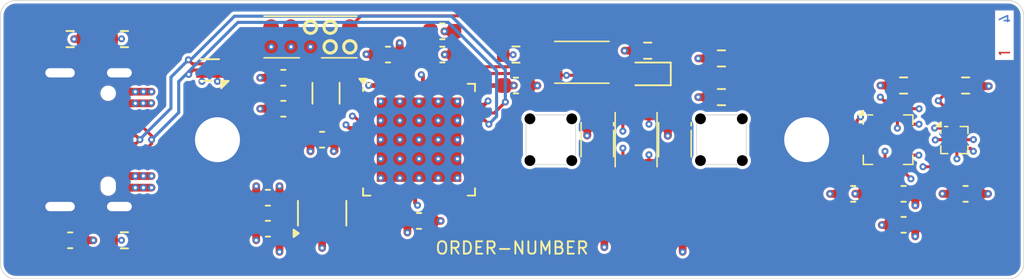
<source format=kicad_pcb>
(kicad_pcb (version 20240108) (generator "pcbnew") (generator_version "8.0")
  (title_block (date "2024-04-18") (rev "3"))
  (layers (0 "F.Cu" signal "Front") (1 "In1.Cu" power) (2 "In2.Cu" power) (31 "B.Cu" signal "Back") (35 "F.Paste" user) (37 "F.SilkS" user "F.Silkscreen") (38 "B.Mask" user) (39 "F.Mask" user) (44 "Edge.Cuts" user))
  (property "Order-Number" "ORDER-NUMBER")
  (net 0 "")
  (net 1 "GND")
  (net 2 "Net-(U101-VREG)")
  (net 3 "+3V3")
  (net 4 "/LED-onboard")
  (net 5 "Net-(D101-K)")
  (net 6 "Net-(D102-OUT)")
  (net 12 "Earth")
  (net 17 "/Button-LED")
  (net 29 "/VDDCORE")
  (net 30 "/USB+")
  (net 33 "+5V")
  (net 34 "/XIN32")
  (net 35 "/USB-")
  (net 36 "/SWDIO")
  (net 37 "/XOUT32")
  (net 38 "/SWCLK")
  (net 41 "/USB-CC1")
  (net 42 "/RESET")
  (net 43 "/USB-CC2")
  (net 48 "/SDA")
  (net 56 "/SCK")
  (net 57 "/Aux-SDA")
  (net 58 "/Aux-SCK")
  (net 59 "/Button")
  (net 60 "/Interrupt")
  (net 61 "/MAG-Interrupt")
  (footprint "Resistor_SMD:R_0603_1608Metric" (layer "F.Cu") (at 125 112.5 180)
    (property "Reference" "R108" (hide yes))
    (property "Value" "5k1" (hide yes))
  )
  (footprint "V2_Button_Switch_SMD:SKSG" (layer "F.Cu") (at 158 106 -90)
    (property "Reference" "SW102" (hide yes))
    (property "Value" "SW_Push" (hide yes))
  )
  (footprint "Capacitor_SMD:C_0603_1608Metric" (layer "F.Cu") (at 175.25 109.5)
    (property "Reference" "C106" (hide yes))
    (property "Value" "0u47" (hide yes))
  )
  (footprint "Resistor_SMD:R_0603_1608Metric" (layer "F.Cu") (at 175.25 102.5)
    (property "Reference" "R105" (hide yes))
    (property "Value" "2k7" (hide yes))
  )
  (footprint "V2_Production:Layer_Numbers" (layer "F.Cu") (at 181.75 99.25 90)
    (property "Reference" "INFO102" (hide yes))
    (property "Value" "Layer_Numbers" (hide yes))
  )
  (footprint "V2_Connector_USB:JAE_DX07S016JA3" (layer "F.Cu") (at 122 106 -90)
    (property "Reference" "J102" (hide yes))
    (property "Value" "JAE_DX07S016JA3" (hide yes))
  )
  (footprint "V2_Fiducial:Fiducial_0.5mm_Mask1mm_Paste" (layer "F.Cu") (at 182 114)
    (property "Reference" "FID103" (hide yes))
    (property "Value" "Fiducial" (hide yes))
  )
  (footprint "Capacitor_SMD:C_0603_1608Metric" (layer "F.Cu") (at 135.25 104 180)
    (property "Reference" "C102" (hide yes))
    (property "Value" "18p" (hide yes))
  )
  (footprint "Capacitor_SMD:C_0603_1608Metric" (layer "F.Cu") (at 172 109.5 180)
    (property "Reference" "C105" (hide yes))
    (property "Value" "0u1" (hide yes))
  )
  (footprint "V2_LED:WS2812-2020" (layer "F.Cu") (at 155.5 106 90)
    (property "Reference" "D102" (hide yes))
    (property "Value" "WS2812" (hide yes))
  )
  (footprint "Capacitor_SMD:C_0603_1608Metric" (layer "F.Cu") (at 179.25 109.5 180)
    (property "Reference" "C113" (hide yes))
    (property "Value" "0u1" (hide yes))
  )
  (footprint "Capacitor_SMD:C_0603_1608Metric" (layer "F.Cu") (at 175.25 111.5 180)
    (property "Reference" "C107" (hide yes))
    (property "Value" "10u" (hide yes))
  )
  (footprint "V2_Package_DFN_QFN:QFN-48-1EP_7x7mm_P0.5mm_EP5.45x5.45mm_ThermalVias" (layer "F.Cu") (at 144 106)
    (property "Reference" "U102" (hide yes))
    (property "Value" "ATSAMD51G" (hide yes))
  )
  (footprint "Capacitor_SMD:C_0603_1608Metric" (layer "F.Cu") (at 137.75 106 180)
    (property "Reference" "C111" (hide yes))
    (property "Value" "0u1" (hide yes))
  )
  (footprint "V2_Fiducial:Fiducial_0.5mm_Mask1mm_Paste" (layer "F.Cu") (at 118 114)
    (property "Reference" "FID101" (hide yes))
    (property "Value" "Fiducial" (hide yes))
  )
  (footprint "Resistor_SMD:R_0603_1608Metric" (layer "F.Cu") (at 125 99.5 180)
    (property "Reference" "R107" (hide yes))
    (property "Value" "5k1" (hide yes))
  )
  (footprint "V2_Cortex_Debug:Cortex_Debug_Pad" (layer "F.Cu") (at 137 100 180)
    (property "Reference" "J101" (hide yes))
    (property "Value" "CORTEX-DEBUG" (hide yes))
  )
  (footprint "Capacitor_SMD:C_0603_1608Metric" (layer "F.Cu") (at 150.25 102.5)
    (property "Reference" "C108" (hide yes))
    (property "Value" "0u1" (hide yes))
  )
  (footprint "V2_Production:Order_Number" (layer "F.Cu") (at 150 113)
    (property "Reference" "INFO101" (hide yes))
    (property "Value" "ORDER-NUMBER" (hide yes))
  )
  (footprint "V2_Artwork:Logo_Small" (layer "F.Cu") (at 170.5 99.5)
    (property "Reference" "ICON102" (hide yes))
    (property "Value" "V2-logo" (hide yes))
  )
  (footprint "Capacitor_SMD:C_0603_1608Metric" (layer "F.Cu") (at 144 111.25)
    (property "Reference" "C110" (hide yes))
    (property "Value" "0u1" (hide yes))
  )
  (footprint "V2_Button_Switch_SMD:SKSG" (layer "F.Cu") (at 154.5 101 180)
    (property "Reference" "SW101" (hide yes))
    (property "Value" "SW_Push" (hide yes))
  )
  (footprint "Capacitor_SMD:C_0603_1608Metric" (layer "F.Cu") (at 135.25 102 180)
    (property "Reference" "C101" (hide yes))
    (property "Value" "18p" (hide yes))
  )
  (footprint "Capacitor_SMD:C_0603_1608Metric" (layer "F.Cu") (at 134.25 109.75 180)
    (property "Reference" "C112" (hide yes))
    (property "Value" "10u" (hide yes))
  )
  (footprint "Capacitor_SMD:C_0603_1608Metric" (layer "F.Cu") (at 121.5 112.5)
    (property "Reference" "C116" (hide yes))
    (property "Value" "0u1" (hide yes))
  )
  (footprint "Resistor_SMD:R_0603_1608Metric" (layer "F.Cu") (at 150.25 100.5)
    (property "Reference" "R103" (hide yes))
    (property "Value" "100k" (hide yes))
  )
  (footprint "V2_Package_CSP:WLCSP-1.56x1.56" (layer "F.Cu") (at 178.5 106)
    (property "Reference" "U103" (hide yes))
    (property "Value" "BMM150" (hide yes))
  )
  (footprint "V2_Spacer_Wurth:9774030243" (layer "F.Cu") (at 131 106)
    (property "Reference" "SPACER101" (hide yes))
    (property "Value" "9774030243" (hide yes))
  )
  (footprint "Capacitor_SMD:C_0603_1608Metric" (layer "F.Cu") (at 145.5 99)
    (property "Reference" "C103" (hide yes))
    (property "Value" "10u" (hide yes))
  )
  (footprint "Resistor_SMD:R_0603_1608Metric" (layer "F.Cu") (at 163.5 100.75)
    (property "Reference" "R102" (hide yes))
    (property "Value" "2k7" (hide yes))
  )
  (footprint "V2_Spacer_Wurth:9774030243" (layer "F.Cu") (at 169 106)
    (property "Reference" "SPACER102" (hide yes))
    (property "Value" "9774030243" (hide yes))
  )
  (footprint "V2_Artwork:Board_axis_Small" (layer "F.Cu") (at 170.5 112.25)
    (property "Reference" "ICON101" (hide yes))
    (property "Value" "Board_axis" (hide yes))
  )
  (footprint "V2_LED:WS2812-2020" (layer "F.Cu") (at 160.5 106 90)
    (property "Reference" "D103" (hide yes))
    (property "Value" "WS2812" (hide yes))
  )
  (footprint "Resistor_SMD:R_0603_1608Metric" (layer "F.Cu") (at 158.75 100.25 180)
    (property "Reference" "R106" (hide yes))
    (property "Value" "330R" (hide yes))
  )
  (footprint "Resistor_SMD:R_0603_1608Metric" (layer "F.Cu") (at 179.25 102.5 180)
    (property "Reference" "R104" (hide yes))
    (property "Value" "2k7" (hide yes))
  )
  (footprint "Capacitor_SMD:C_0603_1608Metric" (layer "F.Cu") (at 142 100.5 180)
    (property "Reference" "C109" (hide yes))
    (property "Value" "0u1" (hide yes))
  )
  (footprint "V2_Crystal:Crystal_SMD_3215-2Pin_3.2x1.5mm" (layer "F.Cu") (at 138 103 90)
    (property "Reference" "Y101" (hide yes))
    (property "Value" "32k768" (hide yes))
  )
  (footprint "Capacitor_SMD:C_0603_1608Metric" (layer "F.Cu") (at 145.5 100.5)
    (property "Reference" "C104" (hide yes))
    (property "Value" "0u1" (hide yes))
  )
  (footprint "LED_SMD:LED_0603_1608Metric" (layer "F.Cu") (at 158.75 101.75 180)
    (property "Reference" "D101" (hide yes))
    (property "Value" "Orange" (hide yes))
  )
  (footprint "V2_PCB_Devices:PCB_Button-bottom" (layer "F.Cu") (at 158 106 90)
    (property "Reference" "SWB101" (hide yes))
    (property "Value" "Button-bottom" (hide yes))
    (fp_line (start 1.6 -7.1) (end -1.6 -7.1) (stroke (width 0.05)) (layer "Edge.Cuts"))
    (fp_line (start -1.6 -7.1) (end -1.6 -3.9) (stroke (width 0.05)) (layer "Edge.Cuts"))
    (fp_line (start 1.6 -3.9) (end 1.6 -7.1) (stroke (width 0.05)) (layer "Edge.Cuts"))
    (fp_line (start -1.6 -3.9) (end 1.6 -3.9) (stroke (width 0.05)) (layer "Edge.Cuts"))
    (fp_line (start 1.6 3.9) (end -1.6 3.9) (stroke (width 0.05)) (layer "Edge.Cuts"))
    (fp_line (start -1.6 3.9) (end -1.6 7.1) (stroke (width 0.05)) (layer "Edge.Cuts"))
    (fp_line (start 1.6 7.1) (end 1.6 3.9) (stroke (width 0.05)) (layer "Edge.Cuts"))
    (fp_line (start -1.6 7.1) (end 1.6 7.1) (stroke (width 0.05)) (layer "Edge.Cuts"))
  )
  (footprint "V2_Package_LGA:LGA24-3x3" (layer "F.Cu") (at 174.25 106)
    (property "Reference" "U101" (hide yes))
    (property "Value" "BHI160" (hide yes))
  )
  (footprint "Capacitor_SMD:C_0603_1608Metric" (layer "F.Cu") (at 134.25 111.75 180)
    (property "Reference" "C114" (hide yes))
    (property "Value" "10u" (hide yes))
  )
  (footprint "V2_ESD_Suppressor:SLP1210N6" (layer "F.Cu") (at 130.5 101.5 180)
    (property "Reference" "ESD101" (hide yes))
    (property "Value" "RCLAMP0582N" (hide yes))
  )
  (footprint "Resistor_SMD:R_0603_1608Metric" (layer "F.Cu") (at 121.5 99.5)
    (property "Reference" "R109" (hide yes))
    (property "Value" "1M" (hide yes))
  )
  (footprint "Package_TO_SOT_SMD:SOT-23-5" (layer "F.Cu") (at 137.75 110.75 90)
    (property "Reference" "U104" (hide yes))
    (property "Value" "AP2112K-3.3" (hide yes))
  )
  (footprint "Resistor_SMD:R_0603_1608Metric" (layer "F.Cu") (at 163.5 103.25)
    (property "Reference" "R101" (hide yes))
    (property "Value" "2k7" (hide yes))
  )
  (footprint "V2_Fiducial:Fiducial_0.5mm_Mask1mm_Paste" (layer "F.Cu") (at 118 98)
    (property "Reference" "FID102" (hide yes))
    (property "Value" "Fiducial" (hide yes))
  )
  (gr_line (start 117 98) (end 117 114) (stroke (width 0.05)) (layer "Edge.Cuts"))
  (gr_line (start 118 97) (end 182 97) (stroke (width 0.05)) (layer "Edge.Cuts"))
  (gr_line (start 183 98) (end 183 114) (stroke (width 0.05)) (layer "Edge.Cuts"))
  (gr_arc (start 118 115) (mid 117.292893 114.707107) (end 117 114) (stroke (width 0.05)) (layer "Edge.Cuts"))
  (gr_arc (start 183 114) (mid 182.707107 114.707107) (end 182 115) (stroke (width 0.05)) (layer "Edge.Cuts"))
  (gr_arc (start 117 98) (mid 117.292893 97.292893) (end 118 97) (stroke (width 0.05)) (layer "Edge.Cuts"))
  (gr_arc (start 182 97) (mid 182.707107 97.292893) (end 183 98) (stroke (width 0.05)) (layer "Edge.Cuts"))
  (gr_line (start 118 115) (end 182 115) (stroke (width 0.05)) (layer "Edge.Cuts"))
  (segment (start 125.05 102.9) (end 126.75 102.9) (width 0.5) (layer "F.Cu") (net 1))
  (segment (start 177.934 106) (end 177.834 106.1) (width 0.2) (layer "F.Cu") (net 1))
  (segment (start 143.75 110.085478) (end 143.902102 110.23758) (width 0.25) (layer "F.Cu") (net 1))
  (segment (start 157.25 100.248723) (end 157.923723 100.248723) (width 0.5) (layer "F.Cu") (net 1))
  (segment (start 122.335 99.5) (end 121.75 99.5) (width 0.5) (layer "F.Cu") (net 1))
  (segment (start 139.499058 105.25) (end 140.55 105.25) (width 0.25) (layer "F.Cu") (net 1))
  (segment (start 144.146117 101.797172) (end 144.25 101.901055) (width 0.25) (layer "F.Cu") (net 1))
  (segment (start 158.824848 104.99573) (end 158.824848 104.4375) (width 0.2) (layer "F.Cu") (net 1))
  (segment (start 176.008976 110.241024) (end 176.008976 109.483976) (width 0.5) (layer "F.Cu") (net 1))
  (segment (start 133.5 112.5) (end 133.5 111.775) (width 0.5) (layer "F.Cu") (net 1))
  (segment (start 145.40166 111.248459) (end 144.776541 111.248459) (width 0.5) (layer "F.Cu") (net 1))
  (segment (start 144.25 101.901055) (end 144.25 102.55) (width 0.25) (layer "F.Cu") (net 1))
  (segment (start 145.657455 100.5) (end 146.275 100.5) (width 0.5) (layer "F.Cu") (net 1))
  (segment (start 136.999438 106.749438) (end 136.999438 105.999438) (width 0.5) (layer "F.Cu") (net 1))
  (segment (start 160.039178 105.753377) (end 160.05 105.742555) (width 0.5) (layer "F.Cu") (net 1))
  (segment (start 158.827214 104.998096) (end 158.824848 104.99573) (width 0.2) (layer "F.Cu") (net 1))
  (segment (start 140.75 102.5) (end 141.2 102.5) (width 0.3) (layer "F.Cu") (net 1))
  (segment (start 179.066 106) (end 179.745608 106) (width 0.2) (layer "F.Cu") (net 1))
  (segment (start 133.5 109.725) (end 133.475 109.75) (width 0.5) (layer "F.Cu") (net 1))
  (segment (start 177.75 109.488559) (end 177.761441 109.5) (width 0.5) (layer "F.Cu") (net 1))
  (segment (start 156.0625 101.8375) (end 152.9375 101.8375) (width 0.2) (layer "F.Cu") (net 1))
  (segment (start 145.639228 99) (end 146.275 99) (width 0.5) (layer "F.Cu") (net 1))
  (segment (start 158.827214 106.975856) (end 158.824848 106.978222) (width 0.2) (layer "F.Cu") (net 1))
  (segment (start 179.066 106) (end 179.166 105.9) (width 0.2) (layer "F.Cu") (net 1))
  (segment (start 137 106.75) (end 136.999438 106.749438) (width 0.5) (layer "F.Cu") (net 1))
  (segment (start 145.637559 98.998331) (end 145.639228 99) (width 0.5) (layer "F.Cu") (net 1))
  (segment (start 148.4505 103.5) (end 148.2005 103.75) (width 0.25) (layer "F.Cu") (net 1))
  (segment (start 144.776541 111.248459) (end 144.775 111.25) (width 0.5) (layer "F.Cu") (net 1))
  (segment (start 141.2 102.5) (end 141.25 102.55) (width 0.3) (layer "F.Cu") (net 1))
  (segment (start 124.793702 99.5) (end 124.175 99.5) (width 0.2) (layer "F.Cu") (net 1))
  (segment (start 178.685304 106.751304) (end 178.5 106.566) (width 0.2) (layer "F.Cu") (net 1))
  (segment (start 148.2005 103.75) (end 147.45 103.75) (width 0.25) (layer "F.Cu") (net 1))
  (segment (start 143.75 109.45) (end 143.75 110.085478) (width 0.25) (layer "F.Cu") (net 1))
  (segment (start 133.75 103.999072) (end 134.474072 103.999072) (width 0.5) (layer "F.Cu") (net 1))
  (segment (start 145.655629 100.498174) (end 145.657455 100.5) (width 0.5) (layer "F.Cu") (net 1))
  (segment (start 174.05 106.75) (end 174.05 107.28) (width 0.2) (layer "F.Cu") (net 1))
  (segment (start 177.310272 106) (end 177.934 106) (width 0.2) (layer "F.Cu") (net 1))
  (segment (start 139.28784 105.038782) (end 139.499058 105.25) (width 0.25) (layer "F.Cu") (net 1))
  (segment (start 124.808043 112.5) (end 124.175 112.5) (width 0.2) (layer "F.Cu") (net 1))
  (segment (start 177.293864 106.016408) (end 177.310272 106) (width 0.2) (layer "F.Cu") (net 1))
  (segment (start 179.166 105.9) (end 179.166 105.534) (width 0.2) (layer "F.Cu") (net 1))
  (segment (start 174.462583 111.512417) (end 174.475 111.5) (width 0.5) (layer "F.Cu") (net 1))
  (segment (start 176.008976 109.483976) (end 176.025 109.5) (width 0.2) (layer "F.Cu") (net 1))
  (segment (start 175.53 105) (end 176.242647 105) (width 0.2) (layer "F.Cu") (net 1))
  (segment (start 177.834 106.1) (end 177.834 106.466) (width 0.2) (layer "F.Cu") (net 1))
  (segment (start 143.902102 110.1625) (end 143.902102 110.23758) (width 0.3) (layer "F.Cu") (net 1))
  (segment (start 125.05 109.1) (end 126.75 109.1) (width 0.5) (layer "F.Cu") (net 1))
  (segment (start 179.166 105.534) (end 179.066 105.434) (width 0.2) (layer "F.Cu") (net 1))
  (segment (start 178.685304 107.238968) (end 178.685304 106.751304) (width 0.2) (layer "F.Cu") (net 1))
  (segment (start 179.745608 106) (end 179.753313 105.992295) (width 0.2) (layer "F.Cu") (net 1))
  (segment (start 170.5 109.5) (end 171.225 109.5) (width 0.5) (layer "F.Cu") (net 1))
  (segment (start 176 110.25) (end 176.008976 110.241024) (width 0.5) (layer "F.Cu") (net 1))
  (segment (start 176.242647 105) (end 176.244982 104.997665) (width 0.2) (layer "F.Cu") (net 1))
  (segment (start 137.75 111.8875) (end 137.75 113) (width 0.5) (layer "F.Cu") (net 1))
  (segment (start 131 102.227716) (end 130.997161 102.230555) (width 0.2) (layer "F.Cu") (net 1))
  (segment (start 141.205569 100.480569) (end 141.225 100.5) (width 0.5) (layer "F.Cu") (net 1))
  (segment (start 177.761441 109.5) (end 178.475 109.5) (width 0.5) (layer "F.Cu") (net 1))
  (segment (start 151.620986 102.5) (end 151.025 102.5) (width 0.5) (layer "F.Cu") (net 1))
  (segment (start 124.810901 99.482801) (end 124.793702 99.5) (width 0.2) (layer "F.Cu") (net 1))
  (segment (start 173.840928 111.512417) (end 174.462583 111.512417) (width 0.5) (layer "F.Cu") (net 1))
  (segment (start 177.834 106.466) (end 177.934 106.566) (width 0.2) (layer "F.Cu") (net 1))
  (segment (start 151.630323 102.509337) (end 151.620986 102.5) (width 0.5) (layer "F.Cu") (net 1))
  (segment (start 154.834749 105.740495) (end 154.85 105.725244) (width 0.5) (layer "F.Cu") (net 1))
  (segment (start 140.5999 100.480569) (end 141.205569 100.480569) (width 0.5) (layer "F.Cu") (net 1))
  (segment (start 124.810901 112.497142) (end 124.808043 112.5) (width 0.2) (layer "F.Cu") (net 1))
  (segment (start 133.75 102) (end 134.475 102) (width 0.5) (layer "F.Cu") (net 1))
  (segment (start 157.923723 100.248723) (end 157.925 100.25) (width 0.2) (layer "F.Cu") (net 1))
  (segment (start 123 112.5) (end 122.275 112.5) (width 0.5) (layer "F.Cu") (net 1))
  (segment (start 146.275 99) (end 146.275 100.5) (width 0.5) (layer "F.Cu") (net 1))
  (segment (start 131 101.9) (end 131 102.227716) (width 0.2) (layer "F.Cu") (net 1))
  (segment (start 154.85 105.725244) (end 154.85 105.085) (width 0.5) (layer "F.Cu") (net 1))
  (segment (start 160.05 105.742555) (end 160.05 105.085) (width 0.5) (layer "F.Cu") (net 1))
  (segment (start 133.5 109) (end 133.5 109.725) (width 0.5) (layer "F.Cu") (net 1))
  (segment (start 158.824848 106.978222) (end 158.824848 107.5625) (width 0.2) (layer "F.Cu") (net 1))
  (segment (start 134.474072 103.999072) (end 134.475 104) (width 0.5) (layer "F.Cu") (net 1))
  (segment (start 174.85 105.254904) (end 174.85 104.72) (width 0.2) (layer "F.Cu") (net 1))
  (segment (start 133.5 111.775) (end 133.475 111.75) (width 0.5) (layer "F.Cu") (net 1))
  (via (at 170.5 109.5) (size 0.45) (drill 0.2) (layers "F.Cu" "B.Cu") (net 1))
  (via (at 124.810901 99.482801) (size 0.45) (drill 0.2) (layers "F.Cu" "B.Cu") (net 1))
  (via (at 125.700745 109.102181) (size 0.45) (drill 0.2) (layers "F.Cu" "B.Cu") (net 1))
  (via (at 124.810901 112.497142) (size 0.45) (drill 0.2) (layers "F.Cu" "B.Cu") (net 1))
  (via (at 148.4505 103.5) (size 0.45) (drill 0.2) (layers "F.Cu" "B.Cu") (net 1))
  (via (at 126.223532 102.890308) (size 0.45) (drill 0.2) (layers "F.Cu" "B.Cu") (net 1))
  (via (at 130.997161 102.230555) (size 0.45) (drill 0.2) (layers "F.Cu" "B.Cu") (net 1))
  (via (at 154.834749 105.740495) (size 0.45) (drill 0.2) (layers "F.Cu" "B.Cu") (net 1))
  (via (at 174.05 106.75) (size 0.45) (drill 0.2) (layers "F.Cu" "B.Cu") (net 1))
  (via (at 126.75 102.9) (size 0.45) (drill 0.2) (layers "F.Cu" "B.Cu") (net 1))
  (via (at 133.5 109) (size 0.45) (drill 0.2) (layers "F.Cu" "B.Cu") (net 1))
  (via (at 139.28784 105.038782) (size 0.45) (drill 0.2) (layers "F.Cu" "B.Cu") (net 1))
  (via (at 123 112.5) (size 0.45) (drill 0.2) (layers "F.Cu" "B.Cu") (net 1))
  (via (at 137.75 113) (size 0.45) (drill 0.2) (layers "F.Cu" "B.Cu") (net 1))
  (via (at 137 106.75) (size 0.45) (drill 0.2) (layers "F.Cu" "B.Cu") (net 1))
  (via (at 176.244982 104.997665) (size 0.45) (drill 0.2) (layers "F.Cu" "B.Cu") (net 1))
  (via (at 153.50995 101.843542) (size 0.45) (drill 0.2) (layers "F.Cu" "B.Cu") (net 1))
  (via (at 135.744983 100) (size 0.45) (drill 0.2) (layers "F.Cu" "B.Cu") (net 1))
  (via (at 173.840928 111.512417) (size 0.45) (drill 0.2) (layers "F.Cu" "B.Cu") (net 1))
  (via (at 174.85 105.254904) (size 0.45) (drill 0.2) (layers "F.Cu" "B.Cu") (net 1))
  (via (at 145.637559 98.998331) (size 0.45) (drill 0.2) (layers "F.Cu" "B.Cu") (net 1))
  (via (at 177.293864 106.016408) (size 0.45) (drill 0.2) (layers "F.Cu" "B.Cu") (net 1))
  (via (at 126.223532 109.095412) (size 0.45) (drill 0.2) (layers "F.Cu" "B.Cu") (net 1))
  (via (at 126.75 109.1) (size 0.45) (drill 0.2) (layers "F.Cu" "B.Cu") (net 1))
  (via (at 177.75 109.488559) (size 0.45) (drill 0.2) (layers "F.Cu" "B.Cu") (net 1))
  (via (at 157.25 100.248723) (size 0.45) (drill 0.2) (layers "F.Cu" "B.Cu") (net 1))
  (via (at 121.75 99.5) (size 0.45) (drill 0.2) (layers "F.Cu" "B.Cu") (net 1))
  (via (at 140.75 102.5) (size 0.45) (drill 0.2) (layers "F.Cu" "B.Cu") (net 1))
  (via (at 145.40166 111.248459) (size 0.45) (drill 0.2) (layers "F.Cu" "B.Cu") (net 1))
  (via (at 176 110.25) (size 0.45) (drill 0.2) (layers "F.Cu" "B.Cu") (net 1))
  (via (at 125.700745 102.902181) (size 0.45) (drill 0.2) (layers "F.Cu" "B.Cu") (net 1))
  (via (at 140.5999 100.480569) (size 0.45) (drill 0.2) (layers "F.Cu" "B.Cu") (net 1))
  (via (at 160.039178 105.753377) (size 0.45) (drill 0.2) (layers "F.Cu" "B.Cu") (net 1))
  (via (at 145.655629 100.498174) (size 0.45) (drill 0.2) (layers "F.Cu" "B.Cu") (net 1))
  (via (at 143.902102 110.23758) (size 0.45) (drill 0.2) (layers "F.Cu" "B.Cu") (net 1))
  (via (at 151.630323 102.509337) (size 0.45) (drill 0.2) (layers "F.Cu" "B.Cu") (net 1))
  (via (at 133.5 112.5) (size 0.45) (drill 0.2) (layers "F.Cu" "B.Cu") (net 1))
  (via (at 179.753313 105.992295) (size 0.45) (drill 0.2) (layers "F.Cu" "B.Cu") (net 1))
  (via (at 137 100) (size 0.45) (drill 0.2) (layers "F.Cu" "B.Cu") (net 1))
  (via (at 144.146117 101.797172) (size 0.45) (drill 0.2) (layers "F.Cu" "B.Cu") (net 1))
  (via (at 158.827214 104.998096) (size 0.45) (drill 0.2) (layers "F.Cu" "B.Cu") (net 1))
  (via (at 133.75 102) (size 0.45) (drill 0.2) (layers "F.Cu" "B.Cu") (net 1))
  (via (at 133.75 103.999072) (size 0.45) (drill 0.2) (layers "F.Cu" "B.Cu") (net 1))
  (via (at 178.685304 107.238968) (size 0.45) (drill 0.2) (layers "F.Cu" "B.Cu") (net 1))
  (via (at 158.827214 106.975856) (size 0.45) (drill 0.2) (layers "F.Cu" "B.Cu") (net 1))
  (segment (start 174.475 109.5) (end 174.45 109.475) (width 0.2) (layer "F.Cu") (net 2))
  (segment (start 174.45 109.475) (end 174.45 107.28) (width 0.2) (layer "F.Cu") (net 2))
  (segment (start 172.775 109.5) (end 172.775 108.475) (width 0.2) (layer "F.Cu") (net 3))
  (segment (start 180.75 102.542894) (end 180.077106 102.542894) (width 0.5) (layer "F.Cu") (net 3))
  (segment (start 172.138638 109.5) (end 172.775 109.5) (width 0.5) (layer "F.Cu") (net 3))
  (segment (start 139.799405 104.47506) (end 140.074345 104.75) (width 0.2) (layer "F.Cu") (net 3))
  (segment (start 140.074345 104.75) (end 140.55 104.75) (width 0.2) (layer "F.Cu") (net 3))
  (segment (start 148.5 102.5) (end 149.475 102.5) (width 0.3) (layer "F.Cu") (net 3))
  (segment (start 139.701991 104.47506) (end 139.799405 104.47506) (width 0.2) (layer "F.Cu") (net 3))
  (segment (start 162 103.25) (end 162.675 103.25) (width 0.5) (layer "F.Cu") (net 3))
  (segment (start 180.699745 109.5) (end 180.025 109.5) (width 0.5) (layer "F.Cu") (net 3))
  (segment (start 175.531333 107.001333) (end 175.53 107) (width 0.15) (layer "F.Cu") (net 3))
  (segment (start 147.75 103.25) (end 148.5 102.5) (width 0.3) (layer "F.Cu") (net 3))
  (segment (start 143.25 111.225) (end 143.225 111.25) (width 0.3) (layer "F.Cu") (net 3))
  (segment (start 162 100.75) (end 162.675 100.75) (width 0.5) (layer "F.Cu") (net 3))
  (segment (start 143.25 102.55) (end 143.25 100.975) (width 0.3) (layer "F.Cu") (net 3))
  (segment (start 177.25 105.25) (end 177.75 105.25) (width 0.2) (layer "F.Cu") (net 3))
  (segment (start 174.425 102.5) (end 173.75 102.5) (width 0.5) (layer "F.Cu") (net 3))
  (segment (start 177.934 105.434) (end 178.217 105.717) (width 0.2) (layer "F.Cu") (net 3))
  (segment (start 173.65 107.6) (end 173.65 107.28) (width 0.2) (layer "F.Cu") (net 3))
  (segment (start 138.5 106.75) (end 138.55 106.7) (width 0.5) (layer "F.Cu") (net 3))
  (segment (start 176.230006 107.001333) (end 175.531333 107.001333) (width 0.2) (layer "F.Cu") (net 3))
  (segment (start 147.45 103.25) (end 147.75 103.25) (width 0.3) (layer "F.Cu") (net 3))
  (segment (start 143.25 100.975) (end 142.775 100.5) (width 0.3) (layer "F.Cu") (net 3))
  (segment (start 179.75 106.75) (end 179.570075 106.570075) (width 0.2) (layer "F.Cu") (net 3))
  (segment (start 140.55 105.75) (end 138.8 105.75) (width 0.3) (layer "F.Cu") (net 3))
  (segment (start 150.057396 100.5) (end 149.425 100.5) (width 0.2) (layer "F.Cu") (net 3))
  (segment (start 135.025 109.75) (end 136.6625 109.75) (width 0.5) (layer "F.Cu") (net 3))
  (segment (start 150.11425 102.5) (end 149.475 102.5) (width 0.5) (layer "F.Cu") (net 3))
  (segment (start 138.8 105.75) (end 138.55 106) (width 0.3) (layer "F.Cu") (net 3))
  (segment (start 135 109.725) (end 135.025 109.75) (width 0.5) (layer "F.Cu") (net 3))
  (segment (start 138.55 106) (end 138.555414 105.994586) (width 0.5) (layer "F.Cu") (net 3))
  (segment (start 143.25 109.45) (end 143.25 111.225) (width 0.3) (layer "F.Cu") (net 3))
  (segment (start 135 109) (end 135 109.725) (width 0.5) (layer "F.Cu") (net 3))
  (segment (start 179.070075 106.570075) (end 179.066 106.566) (width 0.2) (layer "F.Cu") (net 3))
  (segment (start 143.25 112) (end 143.25 111.275) (width 0.5) (layer "F.Cu") (net 3))
  (segment (start 143.25 111.275) (end 143.225 111.25) (width 0.5) (layer "F.Cu") (net 3))
  (segment (start 142.75 100.475) (end 142.775 100.5) (width 0.5) (layer "F.Cu") (net 3))
  (segment (start 179.570075 106.570075) (end 179.070075 106.570075) (width 0.2) (layer "F.Cu") (net 3))
  (segment (start 176 111.525) (end 176.025 111.5) (width 0.5) (layer "F.Cu") (net 3))
  (segment (start 177.75 105.25) (end 177.934 105.434) (width 0.2) (layer "F.Cu") (net 3))
  (segment (start 136.6625 109.75) (end 136.8 109.6125) (width 0.5) (layer "F.Cu") (net 3))
  (segment (start 150.115762 102.501512) (end 150.11425 102.5) (width 0.5) (layer "F.Cu") (net 3))
  (segment (start 150.066977 100.509581) (end 150.057396 100.5) (width 0.2) (layer "F.Cu") (net 3))
  (segment (start 176 112.25) (end 176 111.525) (width 0.5) (layer "F.Cu") (net 3))
  (segment (start 142.75 99.75) (end 142.75 100.475) (width 0.5) (layer "F.Cu") (net 3))
  (segment (start 138.55 106.7) (end 138.55 106) (width 0.5) (layer "F.Cu") (net 3))
  (segment (start 172.127478 109.48884) (end 172.138638 109.5) (width 0.5) (layer "F.Cu") (net 3))
  (segment (start 172.775 108.475) (end 173.65 107.6) (width 0.2) (layer "F.Cu") (net 3))
  (segment (start 180.705916 109.493829) (end 180.699745 109.5) (width 0.2) (layer "F.Cu") (net 3))
  (via (at 134.467037 100) (size 0.45) (drill 0.2) (layers "F.Cu" "B.Cu") (net 3))
  (via (at 162 103.25) (size 0.45) (drill 0.2) (layers "F.Cu" "B.Cu") (net 3))
  (via (at 173.75 102.5) (size 0.45) (drill 0.2) (layers "F.Cu" "B.Cu") (net 3))
  (via (at 150.066977 100.509581) (size 0.45) (drill 0.2) (layers "F.Cu" "B.Cu") (net 3))
  (via (at 176.230006 107.001333) (size 0.45) (drill 0.2) (layers "F.Cu" "B.Cu") (net 3))
  (via (at 135 109) (size 0.45) (drill 0.2) (layers "F.Cu" "B.Cu") (net 3))
  (via (at 138.5 106.75) (size 0.45) (drill 0.2) (layers "F.Cu" "B.Cu") (net 3))
  (via (at 139.701991 104.47506) (size 0.45) (drill 0.2) (layers "F.Cu" "B.Cu") (net 3))
  (via (at 162 100.75) (size 0.45) (drill 0.2) (layers "F.Cu" "B.Cu") (net 3))
  (via (at 176 112.25) (size 0.45) (drill 0.2) (layers "F.Cu" "B.Cu") (net 3))
  (via (at 180.705916 109.493829) (size 0.45) (drill 0.2) (layers "F.Cu" "B.Cu") (net 3))
  (via (at 177.25 105.25) (size 0.45) (drill 0.2) (layers "F.Cu" "B.Cu") (net 3))
  (via (at 180.75 102.542894) (size 0.45) (drill 0.2) (layers "F.Cu" "B.Cu") (net 3))
  (via (at 142.75 99.75) (size 0.45) (drill 0.2) (layers "F.Cu" "B.Cu") (net 3))
  (via (at 179.75 106.75) (size 0.45) (drill 0.2) (layers "F.Cu" "B.Cu") (net 3))
  (via (at 172.127478 109.48884) (size 0.45) (drill 0.2) (layers "F.Cu" "B.Cu") (net 3))
  (via (at 150.115762 102.501512) (size 0.45) (drill 0.2) (layers "F.Cu" "B.Cu") (net 3))
  (via (at 143.25 112) (size 0.45) (drill 0.2) (layers "F.Cu" "B.Cu") (net 3))
  (segment (start 146.137348 101.725) (end 145.75 102.112348) (width 0.2) (layer "F.Cu") (net 4))
  (segment (start 152.325 101.25) (end 157.4625 101.25) (width 0.2) (layer "F.Cu") (net 4))
  (segment (start 146.137348 101.725) (end 151.85 101.725) (width 0.2) (layer "F.Cu") (net 4))
  (segment (start 145.75 102.112348) (end 145.75 102.55) (width 0.2) (layer "F.Cu") (net 4))
  (segment (start 157.4625 101.25) (end 157.9625 101.75) (width 0.2) (layer "F.Cu") (net 4))
  (segment (start 151.85 101.725) (end 152.325 101.25) (width 0.2) (layer "F.Cu") (net 4))
  (segment (start 159.5375 101.75) (end 159.5375 100.2875) (width 0.2) (layer "F.Cu") (net 5))
  (segment (start 159.5375 100.2875) (end 159.575 100.25) (width 0.2) (layer "F.Cu") (net 5))
  (segment (start 155.962651 105.085) (end 156.877651 106) (width 0.2) (layer "F.Cu") (net 6))
  (segment (start 156.877651 106) (end 159.122348 106) (width 0.2) (layer "F.Cu") (net 6))
  (segment (start 159.122348 106) (end 160.037348 106.915) (width 0.2) (layer "F.Cu") (net 6))
  (segment (start 120.725 112.5) (end 120.725 111.304203) (width 0.5) (layer "F.Cu") (net 12))
  (segment (start 120.685 99.5) (end 120.685 100.590115) (width 0.5) (layer "F.Cu") (net 12))
  (segment (start 120.685 100.590115) (end 120.680137 100.594978) (width 0.5) (layer "F.Cu") (net 12))
  (segment (start 120.725 111.304203) (end 120.730833 111.29837) (width 0.5) (layer "F.Cu") (net 12))
  (segment (start 154.85 108.387685) (end 153.062685 110.175) (width 0.2) (layer "F.Cu") (net 17))
  (segment (start 145.25 109.45) (end 145.25 109.887652) (width 0.2) (layer "F.Cu") (net 17))
  (segment (start 153.062685 110.175) (end 145.537348 110.175) (width 0.2) (layer "F.Cu") (net 17))
  (segment (start 154.85 106.915) (end 154.85 108.387685) (width 0.2) (layer "F.Cu") (net 17))
  (segment (start 145.25 109.887652) (end 145.537348 110.175) (width 0.2) (layer "F.Cu") (net 17))
  (segment (start 144.75 100.525) (end 144.725 100.5) (width 0.3) (layer "F.Cu") (net 29))
  (segment (start 144.725 99) (end 144.725 100.5) (width 0.5) (layer "F.Cu") (net 29))
  (segment (start 144.75 102.55) (end 144.75 100.525) (width 0.3) (layer "F.Cu") (net 29))
  (segment (start 129.387764 101.1) (end 130 101.1) (width 0.2) (layer "F.Cu") (net 30))
  (segment (start 125.05 106.25) (end 125.75 106.25) (width 0.2) (layer "F.Cu") (net 30))
  (segment (start 125.75 106.25) (end 126 106) (width 0.2) (layer "F.Cu") (net 30))
  (segment (start 129.125131 100.837367) (end 129.387764 101.1) (width 0.2) (layer "F.Cu") (net 30))
  (segment (start 148.859431 104.272093) (end 147.472093 104.272093) (width 0.2) (layer "F.Cu") (net 30))
  (segment (start 147.472093 104.272093) (end 147.45 104.25) (width 0.2) (layer "F.Cu") (net 30))
  (segment (start 125.75 105.75) (end 126 106) (width 0.2) (layer "F.Cu") (net 30))
  (segment (start 149.565762 103.565762) (end 148.859431 104.272093) (width 0.2) (layer "F.Cu") (net 30))
  (segment (start 125.05 105.75) (end 125.75 105.75) (width 0.2) (layer "F.Cu") (net 30))
  (via (at 129.125131 100.837367) (size 0.45) (drill 0.2) (layers "F.Cu" "B.Cu") (net 30))
  (via (at 149.565762 103.565762) (size 0.45) (drill 0.2) (layers "F.Cu" "B.Cu") (net 30))
  (via (at 126 106) (size 0.45) (drill 0.2) (layers "F.Cu" "B.Cu") (net 30))
  (segment (start 146.097206 98.021382) (end 132.094654 98.021382) (width 0.2) (layer "B.Cu") (net 30))
  (segment (start 128 103.972182) (end 126 105.972182) (width 0.2) (layer "B.Cu") (net 30))
  (segment (start 128 101.962498) (end 128 103.972182) (width 0.2) (layer "B.Cu") (net 30))
  (segment (start 126 105.972182) (end 126 106) (width 0.2) (layer "B.Cu") (net 30))
  (segment (start 129.278669 100.837367) (end 129.125131 100.837367) (width 0.2) (layer "B.Cu") (net 30))
  (segment (start 149.565762 101.489938) (end 146.097206 98.021382) (width 0.2) (layer "B.Cu") (net 30))
  (segment (start 132.094654 98.021382) (end 129.278669 100.837367) (width 0.2) (layer "B.Cu") (net 30))
  (segment (start 129.125131 100.837367) (end 128 101.962498) (width 0.2) (layer "B.Cu") (net 30))
  (segment (start 149.565762 103.565762) (end 149.565762 101.489938) (width 0.2) (layer "B.Cu") (net 30))
  (segment (start 161 107.065) (end 161.15 106.915) (width 0.5) (layer "F.Cu") (net 33))
  (segment (start 136.75 111.8375) (end 136.75 111.418603) (width 0.2) (layer "F.Cu") (net 33))
  (segment (start 135 113.25) (end 135 111.775) (width 0.5) (layer "F.Cu") (net 33))
  (segment (start 135.025 111.75) (end 136.6625 111.75) (width 0.5) (layer "F.Cu") (net 33))
  (segment (start 135 111.775) (end 135.025 111.75) (width 0.5) (layer "F.Cu") (net 33))
  (segment (start 155.95 112.95) (end 155.95 106.915) (width 0.5) (layer "F.Cu") (net 33))
  (segment (start 125.05 108.35) (end 126.75 108.35) (width 0.5) (layer "F.Cu") (net 33))
  (segment (start 161 113.25) (end 161 107.065) (width 0.5) (layer "F.Cu") (net 33))
  (segment (start 126.71431 103.65) (end 126.732155 103.632155) (width 0.5) (layer "F.Cu") (net 33))
  (segment (start 130 101.9) (end 130 102.234733) (width 0.2) (layer "F.Cu") (net 33))
  (segment (start 137.418603 110.75) (end 138.090848 110.75) (width 0.2) (layer "F.Cu") (net 33))
  (segment (start 130 102.234733) (end 129.999516 102.235217) (width 0.2) (layer "F.Cu") (net 33))
  (segment (start 125.05 103.65) (end 126.71431 103.65) (width 0.5) (layer "F.Cu") (net 33))
  (segment (start 136.8 111.8875) (end 136.75 111.8375) (width 0.2) (layer "F.Cu") (net 33))
  (segment (start 138.7 111.359152) (end 138.7 111.8875) (width 0.2) (layer "F.Cu") (net 33))
  (segment (start 138.090848 110.75) (end 138.7 111.359152) (width 0.2) (layer "F.Cu") (net 33))
  (segment (start 136.6625 111.75) (end 136.8 111.8875) (width 0.5) (layer "F.Cu") (net 33))
  (segment (start 136.75 111.418603) (end 137.418603 110.75) (width 0.2) (layer "F.Cu") (net 33))
  (via (at 135 113.25) (size 0.45) (drill 0.2) (layers "F.Cu" "B.Cu") (net 33))
  (via (at 125.700745 108.352181) (size 0.45) (drill 0.2) (layers "F.Cu" "B.Cu") (net 33))
  (via (at 126.223532 108.342693) (size 0.45) (drill 0.2) (layers "F.Cu" "B.Cu") (net 33))
  (via (at 126.213882 103.643027) (size 0.45) (drill 0.2) (layers "F.Cu" "B.Cu") (net 33))
  (via (at 126.732155 103.632155) (size 0.45) (drill 0.2) (layers "F.Cu" "B.Cu") (net 33))
  (via (at 155.95 112.95) (size 0.45) (drill 0.2) (layers "F.Cu" "B.Cu") (net 33))
  (via (at 161 113.25) (size 0.45) (drill 0.2) (layers "F.Cu" "B.Cu") (net 33))
  (via (at 126.75 108.35) (size 0.45) (drill 0.2) (layers "F.Cu" "B.Cu") (net 33))
  (via (at 129.999516 102.235217) (size 0.45) (drill 0.2) (layers "F.Cu" "B.Cu") (net 33))
  (via (at 125.700745 103.652181) (size 0.45) (drill 0.2) (layers "F.Cu" "B.Cu") (net 33))
  (segment (start 136.3 101.75) (end 138 101.75) (width 0.2) (layer "F.Cu") (net 34))
  (segment (start 140.127708 103.25) (end 138.627708 101.75) (width 0.2) (layer "F.Cu") (net 34))
  (segment (start 138.627708 101.75) (end 138 101.75) (width 0.2) (layer "F.Cu") (net 34))
  (segment (start 136.05 102) (end 136.3 101.75) (width 0.2) (layer "F.Cu") (net 34))
  (segment (start 140.55 103.25) (end 140.127708 103.25) (width 0.2) (layer "F.Cu") (net 34))
  (segment (start 126.75 106.25) (end 126.25 106.75) (width 0.2) (layer "F.Cu") (net 35))
  (segment (start 129.145699 101.784132) (end 129.429831 101.5) (width 0.2) (layer "F.Cu") (net 35))
  (segment (start 148.25 104.75) (end 147.45 104.75) (width 0.2) (layer "F.Cu") (net 35))
  (segment (start 126.25 106.75) (end 125.05 106.75) (width 0.2) (layer "F.Cu") (net 35))
  (segment (start 126.75 105.75) (end 126.25 105.25) (width 0.2) (layer "F.Cu") (net 35))
  (segment (start 129.429831 101.5) (end 130 101.5) (width 0.2) (layer "F.Cu") (net 35))
  (segment (start 126.75 106) (end 126.75 105.75) (width 0.2) (layer "F.Cu") (net 35))
  (segment (start 148.5 105) (end 148.25 104.75) (width 0.2) (layer "F.Cu") (net 35))
  (segment (start 126.75 106) (end 126.75 106.25) (width 0.2) (layer "F.Cu") (net 35))
  (segment (start 126.25 105.25) (end 125.05 105.25) (width 0.2) (layer "F.Cu") (net 35))
  (via (at 148.5 105) (size 0.45) (drill 0.2) (layers "F.Cu" "B.Cu") (net 35))
  (via (at 129.145699 101.784132) (size 0.45) (drill 0.2) (layers "F.Cu" "B.Cu") (net 35))
  (via (at 126.75 106) (size 0.45) (drill 0.2) (layers "F.Cu" "B.Cu") (net 35))
  (segment (start 128.5 102.25) (end 128.965868 101.784132) (width 0.2) (layer "B.Cu") (net 35))
  (segment (start 128.965868 101.784132) (end 129.145699 101.784132) (width 0.2) (layer "B.Cu") (net 35))
  (segment (start 145.879497 98.421382) (end 132.318227 98.421382) (width 0.2) (layer "B.Cu") (net 35))
  (segment (start 132.318227 98.421382) (end 129.145699 101.59391) (width 0.2) (layer "B.Cu") (net 35))
  (segment (start 148.5 105) (end 149 104.5) (width 0.2) (layer "B.Cu") (net 35))
  (segment (start 149 101.541885) (end 145.879497 98.421382) (width 0.2) (layer "B.Cu") (net 35))
  (segment (start 126.75 106) (end 128.5 104.25) (width 0.2) (layer "B.Cu") (net 35))
  (segment (start 129.145699 101.59391) (end 129.145699 101.784132) (width 0.2) (layer "B.Cu") (net 35))
  (segment (start 128.5 104.25) (end 128.5 102.25) (width 0.2) (layer "B.Cu") (net 35))
  (segment (start 149 104.5) (end 149 101.541885) (width 0.2) (layer "B.Cu") (net 35))
  (segment (start 134.46 98.73) (end 133.652 99.538) (width 0.2) (layer "F.Cu") (net 36))
  (segment (start 133.652 99.538) (end 133.652 100.334685) (width 0.2) (layer "F.Cu") (net 36))
  (segment (start 140.413069 101.825) (end 142.009314 101.825) (width 0.2) (layer "F.Cu") (net 36))
  (segment (start 142.25 102.065686) (end 142.25 102.55) (width 0.2) (layer "F.Cu") (net 36))
  (segment (start 139.49568 100.907611) (end 140.413069 101.825) (width 0.2) (layer "F.Cu") (net 36))
  (segment (start 134.224926 100.907611) (end 139.49568 100.907611) (width 0.2) (layer "F.Cu") (net 36))
  (segment (start 142.009314 101.825) (end 142.25 102.065686) (width 0.2) (layer "F.Cu") (net 36))
  (segment (start 133.652 100.334685) (end 134.224926 100.907611) (width 0.2) (layer "F.Cu") (net 36))
  (segment (start 136.05 104) (end 136.3 104.25) (width 0.2) (layer "F.Cu") (net 37))
  (segment (start 139 103.75) (end 138.5 104.25) (width 0.2) (layer "F.Cu") (net 37))
  (segment (start 136.3 104.25) (end 138 104.25) (width 0.2) (layer "F.Cu") (net 37))
  (segment (start 140.55 103.75) (end 139 103.75) (width 0.2) (layer "F.Cu") (net 37))
  (segment (start 138.5 104.25) (end 138 104.25) (width 0.2) (layer "F.Cu") (net 37))
  (segment (start 138.354066 99.131884) (end 140.620624 101.398442) (width 0.2) (layer "F.Cu") (net 38))
  (segment (start 136.131884 99.131884) (end 138.354066 99.131884) (width 0.2) (layer "F.Cu") (net 38))
  (segment (start 142.148442 101.398442) (end 142.75 102) (width 0.2) (layer "F.Cu") (net 38))
  (segment (start 140.620624 101.398442) (end 142.148442 101.398442) (width 0.2) (layer "F.Cu") (net 38))
  (segment (start 142.75 102) (end 142.75 102.55) (width 0.2) (layer "F.Cu") (net 38))
  (segment (start 135.73 98.73) (end 136.131884 99.131884) (width 0.2) (layer "F.Cu") (net 38))
  (segment (start 127 104.25) (end 127.5 103.75) (width 0.2) (layer "F.Cu") (net 41))
  (segment (start 127.5 103.75) (end 127.5 101.175) (width 0.2) (layer "F.Cu") (net 41))
  (segment (start 127.5 101.175) (end 125.825 99.5) (width 0.2) (layer "F.Cu") (net 41))
  (segment (start 125.05 104.25) (end 127 104.25) (width 0.2) (layer "F.Cu") (net 41))
  (segment (start 146.008278 101.288385) (end 150.286615 101.288385) (width 0.2) (layer "F.Cu") (net 42))
  (segment (start 152.6 100.5) (end 152.9375 100.1625) (width 0.2) (layer "F.Cu") (net 42))
  (segment (start 152.9375 100.1625) (end 156.0625 100.1625) (width 0.2) (layer "F.Cu") (net 42))
  (segment (start 145.25 102.046663) (end 146.008278 101.288385) (width 0.2) (layer "F.Cu") (net 42))
  (segment (start 140.27 98) (end 148.57261 98) (width 0.2) (layer "F.Cu") (net 42))
  (segment (start 150.286615 101.288385) (end 151.075 100.5) (width 0.2) (layer "F.Cu") (net 42))
  (segment (start 151.075 100.5) (end 152.6 100.5) (width 0.2) (layer "F.Cu") (net 42))
  (segment (start 151.07261 100.5) (end 151.075 100.5) (width 0.2) (layer "F.Cu") (net 42))
  (segment (start 139.54 98.73) (end 140.27 98) (width 0.2) (layer "F.Cu") (net 42))
  (segment (start 145.25 102.55) (end 145.25 102.046663) (width 0.2) (layer "F.Cu") (net 42))
  (segment (start 148.57261 98) (end 151.07261 100.5) (width 0.2) (layer "F.Cu") (net 42))
  (segment (start 127.5 108) (end 127.5 110.825) (width 0.2) (layer "F.Cu") (net 43))
  (segment (start 126.75 107.25) (end 127.5 108) (width 0.2) (layer "F.Cu") (net 43))
  (segment (start 125.05 107.25) (end 126.75 107.25) (width 0.2) (layer "F.Cu") (net 43))
  (segment (start 127.5 110.825) (end 125.825 112.5) (width 0.2) (layer "F.Cu") (net 43))
  (segment (start 150.082392 106.665378) (end 150.082392 104.557773) (width 0.2) (layer "F.Cu") (net 48))
  (segment (start 160.25 103.75) (end 161.75 102.25) (width 0.2) (layer "F.Cu") (net 48))
  (segment (start 164.325 103.25) (end 164.325 102.25) (width 0.2) (layer "F.Cu") (net 48))
  (segment (start 150.890165 103.75) (end 160.25 103.75) (width 0.2) (layer "F.Cu") (net 48))
  (segment (start 173.25 104.375) (end 173.25 104.72) (width 0.2) (layer "F.Cu") (net 48))
  (segment (start 150.082392 104.557773) (end 150.890165 103.75) (width 0.2) (layer "F.Cu") (net 48))
  (segment (start 147.45 108.75) (end 147.99777 108.75) (width 0.2) (layer "F.Cu") (net 48))
  (segment (start 171.125 102.25) (end 173.25 104.375) (width 0.2) (layer "F.Cu") (net 48))
  (segment (start 161.75 102.25) (end 171.125 102.25) (width 0.2) (layer "F.Cu") (net 48))
  (segment (start 147.99777 108.75) (end 150.082392 106.665378) (width 0.2) (layer "F.Cu") (net 48))
  (segment (start 171.290526 101.75) (end 173.65 104.109474) (width 0.2) (layer "F.Cu") (net 56))
  (segment (start 161.5 101.75) (end 171.290526 101.75) (width 0.2) (layer "F.Cu") (net 56))
  (segment (start 150.725 103.275) (end 159.975 103.275) (width 0.2) (layer "F.Cu") (net 56))
  (segment (start 173.65 104.109474) (end 173.65 104.75) (width 0.2) (layer "F.Cu") (net 56))
  (segment (start 147.45 108.25) (end 147.887652 108.25) (width 0.2) (layer "F.Cu") (net 56))
  (segment (start 164.325 100.75) (end 164.325 101.75) (width 0.2) (layer "F.Cu") (net 56))
  (segment (start 159.975 103.275) (end 161.5 101.75) (width 0.2) (layer "F.Cu") (net 56))
  (segment (start 149.674616 106.463036) (end 149.674616 104.325384) (width 0.2) (layer "F.Cu") (net 56))
  (segment (start 147.887652 108.25) (end 149.674616 106.463036) (width 0.2) (layer "F.Cu") (net 56))
  (segment (start 149.674616 104.325384) (end 150.725 103.275) (width 0.2) (layer "F.Cu") (net 56))
  (segment (start 174.75 104) (end 174.45 104.3) (width 0.2) (layer "F.Cu") (net 57))
  (segment (start 177.485 103.485) (end 178.774758 104.774758) (width 0.2) (layer "F.Cu") (net 57))
  (segment (start 178.783 105.094342) (end 178.774758 105.0861) (width 0.15) (layer "F.Cu") (net 57))
  (segment (start 174.45 104.3) (end 174.45 104.72) (width 0.2) (layer "F.Cu") (net 57))
  (segment (start 177.485 103.485) (end 178.425 102.545) (width 0.2) (layer "F.Cu") (net 57))
  (segment (start 176.25 104) (end 174.75 104) (width 0.2) (layer "F.Cu") (net 57))
  (segment (start 178.774758 104.774758) (end 178.774758 105.0861) (width 0.2) (layer "F.Cu") (net 57))
  (segment (start 178.783 105.717) (end 178.783 105.094342) (width 0.15) (layer "F.Cu") (net 57))
  (via (at 177.485 103.485) (size 0.45) (drill 0.2) (layers "F.Cu" "B.Cu") (net 57))
  (via (at 176.25 104) (size 0.45) (drill 0.2) (layers "F.Cu" "B.Cu") (net 57))
  (segment (start 172.473751 104.526249) (end 172.25 104.75) (width 0.2) (layer "F.Cu") (net 58))
  (segment (start 172.595621 107.325) (end 173.205 107.325) (width 0.2) (layer "F.Cu") (net 58))
  (segment (start 176.075 103.492547) (end 176.082453 103.5) (width 0.2) (layer "F.Cu") (net 58))
  (segment (start 176.075 102.5) (end 176.075 103.492547) (width 0.2) (layer "F.Cu") (net 58))
  (segment (start 178.5 105.434) (end 176.566 103.5) (width 0.2) (layer "F.Cu") (net 58))
  (segment (start 172.25 104.75) (end 172.25 106.979379) (width 0.2) (layer "F.Cu") (net 58))
  (segment (start 176.566 103.5) (end 176.082453 103.5) (width 0.2) (layer "F.Cu") (net 58))
  (segment (start 173.25 107.28) (end 173.205 107.325) (width 0.15) (layer "F.Cu") (net 58))
  (segment (start 173.75 103.25) (end 174 103.5) (width 0.2) (layer "F.Cu") (net 58))
  (segment (start 174 103.5) (end 176.082453 103.5) (width 0.2) (layer "F.Cu") (net 58))
  (segment (start 172.25 106.979379) (end 172.595621 107.325) (width 0.2) (layer "F.Cu") (net 58))
  (via (at 172.473751 104.526249) (size 0.45) (drill 0.2) (layers "F.Cu" "B.Cu") (net 58))
  (via (at 173.75 103.25) (size 0.45) (drill 0.2) (layers "F.Cu" "B.Cu") (net 58))
  (segment (start 143.5 113.5) (end 156.457238 113.5) (width 0.2) (layer "F.Cu") (net 59))
  (segment (start 142.25 112.25) (end 143.5 113.5) (width 0.2) (layer "F.Cu") (net 59))
  (segment (start 157.149848 112.80739) (end 157.149848 107.5625) (width 0.2) (layer "F.Cu") (net 59))
  (segment (start 142.25 109.45) (end 142.25 112.25) (width 0.2) (layer "F.Cu") (net 59))
  (segment (start 157.144747 105.4505) (end 157.144747 104.442601) (width 0.2) (layer "F.Cu") (net 59))
  (segment (start 157.144747 106.5495) (end 157.149848 106.554601) (width 0.2) (layer "F.Cu") (net 59))
  (segment (start 156.457238 113.5) (end 157.149848 112.80739) (width 0.2) (layer "F.Cu") (net 59))
  (segment (start 157.149848 106.554601) (end 157.149848 107.5625) (width 0.2) (layer "F.Cu") (net 59))
  (via (at 157.144747 106.5495) (size 0.45) (drill 0.2) (layers "F.Cu" "B.Cu") (net 59))
  (via (at 157.144747 105.4505) (size 0.45) (drill 0.2) (layers "F.Cu" "B.Cu") (net 59))
  (segment (start 141.75 109.45) (end 141.75 112.5) (width 0.2) (layer "F.Cu") (net 60))
  (segment (start 177 113) (end 177 109.03) (width 0.2) (layer "F.Cu") (net 60))
  (segment (start 177 109.03) (end 175.25 107.28) (width 0.2) (layer "F.Cu") (net 60))
  (segment (start 176 114) (end 177 113) (width 0.2) (layer "F.Cu") (net 60))
  (segment (start 141.75 112.5) (end 143.25 114) (width 0.2) (layer "F.Cu") (net 60))
  (segment (start 143.25 114) (end 176 114) (width 0.2) (layer "F.Cu") (net 60))
  (segment (start 178.089723 107.011839) (end 178.089723 107.008475) (width 0.15) (layer "F.Cu") (net 61))
  (segment (start 176.5 107.75) (end 177.351562 107.75) (width 0.2) (layer "F.Cu") (net 61))
  (segment (start 175.721444 108.528556) (end 174.85 107.657112) (width 0.2) (layer "F.Cu") (net 61))
  (segment (start 177.351562 107.75) (end 178.089723 107.011839) (width 0.2) (layer "F.Cu") (net 61))
  (segment (start 174.85 107.657112) (end 174.85 107.28) (width 0.2) (layer "F.Cu") (net 61))
  (segment (start 178.089723 107.008475) (end 178.217 106.881198) (width 0.15) (layer "F.Cu") (net 61))
  (segment (start 178.217 106.881198) (end 178.217 106.283) (width 0.15) (layer "F.Cu") (net 61))
  (via (at 176.5 107.75) (size 0.45) (drill 0.2) (layers "F.Cu" "B.Cu") (net 61))
  (via (at 175.721444 108.528556) (size 0.45) (drill 0.2) (layers "F.Cu" "B.Cu") (net 61))
  (zone (net 12) (net_name "Earth") (layer "F.Cu") (priority 1) (connect_pads (clearance 0.2)) (min_thickness 0.2) (fill yes (thermal_gap 0.508) (thermal_bridge_width 0.508) (smoothing fillet) (radius 0.25))
    (polygon (pts (xy 126.31838 111.5) (xy 118.255097 111.500001) (xy 118.255097 100.500001) (xy 126.31838 100.5)))
  )
  (zone (net 12) (net_name "Earth") (layer "B.Cu") (priority 1) (connect_pads yes (clearance 0.2)) (min_thickness 0.25) (fill yes (thermal_gap 0.508) (thermal_bridge_width 0.508) (smoothing fillet) (radius 0.2))
    (polygon (pts (xy 183 115) (xy 117 115) (xy 117 97) (xy 183 97)))
  )
)
</source>
